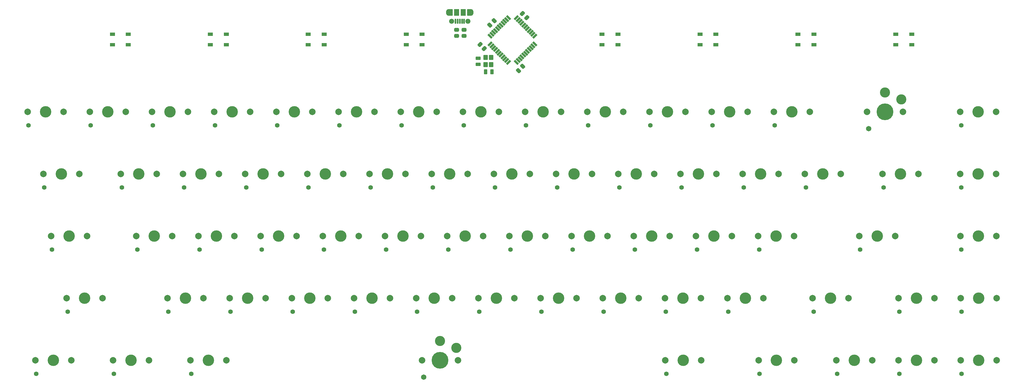
<source format=gbr>
%TF.GenerationSoftware,KiCad,Pcbnew,(6.0.1-0)*%
%TF.CreationDate,2022-09-18T11:43:05-04:00*%
%TF.ProjectId,keeb,6b656562-2e6b-4696-9361-645f70636258,rev?*%
%TF.SameCoordinates,Original*%
%TF.FileFunction,Soldermask,Top*%
%TF.FilePolarity,Negative*%
%FSLAX46Y46*%
G04 Gerber Fmt 4.6, Leading zero omitted, Abs format (unit mm)*
G04 Created by KiCad (PCBNEW (6.0.1-0)) date 2022-09-18 11:43:05*
%MOMM*%
%LPD*%
G01*
G04 APERTURE LIST*
G04 Aperture macros list*
%AMRoundRect*
0 Rectangle with rounded corners*
0 $1 Rounding radius*
0 $2 $3 $4 $5 $6 $7 $8 $9 X,Y pos of 4 corners*
0 Add a 4 corners polygon primitive as box body*
4,1,4,$2,$3,$4,$5,$6,$7,$8,$9,$2,$3,0*
0 Add four circle primitives for the rounded corners*
1,1,$1+$1,$2,$3*
1,1,$1+$1,$4,$5*
1,1,$1+$1,$6,$7*
1,1,$1+$1,$8,$9*
0 Add four rect primitives between the rounded corners*
20,1,$1+$1,$2,$3,$4,$5,0*
20,1,$1+$1,$4,$5,$6,$7,0*
20,1,$1+$1,$6,$7,$8,$9,0*
20,1,$1+$1,$8,$9,$2,$3,0*%
G04 Aperture macros list end*
%ADD10RoundRect,0.050000X0.200000X0.675000X-0.200000X0.675000X-0.200000X-0.675000X0.200000X-0.675000X0*%
%ADD11C,1.550000*%
%ADD12RoundRect,0.050000X0.750000X0.950000X-0.750000X0.950000X-0.750000X-0.950000X0.750000X-0.950000X0*%
%ADD13RoundRect,0.050000X0.600000X0.950000X-0.600000X0.950000X-0.600000X-0.950000X0.600000X-0.950000X0*%
%ADD14O,1.300000X2.000000*%
%ADD15RoundRect,0.050000X-0.724784X0.335876X0.335876X-0.724784X0.724784X-0.335876X-0.335876X0.724784X0*%
%ADD16RoundRect,0.050000X-0.335876X-0.724784X0.724784X0.335876X0.335876X0.724784X-0.724784X-0.335876X0*%
%ADD17C,3.500000*%
%ADD18C,2.000000*%
%ADD19C,1.400000*%
%ADD20C,5.150000*%
%ADD21C,3.100000*%
%ADD22C,1.650000*%
%ADD23RoundRect,0.050000X-0.750000X-0.500000X0.750000X-0.500000X0.750000X0.500000X-0.750000X0.500000X0*%
%ADD24RoundRect,0.050000X-0.600000X0.700000X-0.600000X-0.700000X0.600000X-0.700000X0.600000X0.700000X0*%
%ADD25RoundRect,0.300000X0.512652X0.159099X0.159099X0.512652X-0.512652X-0.159099X-0.159099X-0.512652X0*%
%ADD26RoundRect,0.300000X-0.450000X0.262500X-0.450000X-0.262500X0.450000X-0.262500X0.450000X0.262500X0*%
%ADD27RoundRect,0.300000X0.475000X-0.250000X0.475000X0.250000X-0.475000X0.250000X-0.475000X-0.250000X0*%
%ADD28RoundRect,0.300000X-0.159099X0.512652X-0.512652X0.159099X0.159099X-0.512652X0.512652X-0.159099X0*%
%ADD29RoundRect,0.300000X0.159099X-0.512652X0.512652X-0.159099X-0.159099X0.512652X-0.512652X0.159099X0*%
%ADD30RoundRect,0.300000X-0.250000X-0.475000X0.250000X-0.475000X0.250000X0.475000X-0.250000X0.475000X0*%
%ADD31RoundRect,0.300000X0.503814X0.132583X0.132583X0.503814X-0.503814X-0.132583X-0.132583X-0.503814X0*%
G04 APERTURE END LIST*
D10*
%TO.C,J1*%
X149300000Y130037500D03*
X148650000Y130037500D03*
X148000000Y130037500D03*
X147350000Y130037500D03*
X146700000Y130037500D03*
D11*
X150500000Y130037500D03*
D12*
X149000000Y132737500D03*
D13*
X145100000Y132737500D03*
D14*
X144500000Y132737500D03*
X151500000Y132737500D03*
D13*
X150900000Y132737500D03*
D11*
X145500000Y130037500D03*
D12*
X147000000Y132737500D03*
%TD*%
D15*
%TO.C,U1*%
X162897918Y131158936D03*
X162332233Y130593250D03*
X161766548Y130027565D03*
X161200862Y129461880D03*
X160635177Y128896194D03*
X160069491Y128330509D03*
X159503806Y127764823D03*
X158938120Y127199138D03*
X158372435Y126633452D03*
X157806750Y126067767D03*
X157241064Y125502082D03*
D16*
X157241064Y123097918D03*
X157806750Y122532233D03*
X158372435Y121966548D03*
X158938120Y121400862D03*
X159503806Y120835177D03*
X160069491Y120269491D03*
X160635177Y119703806D03*
X161200862Y119138120D03*
X161766548Y118572435D03*
X162332233Y118006750D03*
X162897918Y117441064D03*
D15*
X165302082Y117441064D03*
X165867767Y118006750D03*
X166433452Y118572435D03*
X166999138Y119138120D03*
X167564823Y119703806D03*
X168130509Y120269491D03*
X168696194Y120835177D03*
X169261880Y121400862D03*
X169827565Y121966548D03*
X170393250Y122532233D03*
X170958936Y123097918D03*
D16*
X170958936Y125502082D03*
X170393250Y126067767D03*
X169827565Y126633452D03*
X169261880Y127199138D03*
X168696194Y127764823D03*
X168130509Y128330509D03*
X167564823Y128896194D03*
X166999138Y129461880D03*
X166433452Y130027565D03*
X165867767Y130593250D03*
X165302082Y131158936D03*
%TD*%
D17*
%TO.C,SW5*%
X23475000Y26100000D03*
D18*
X28975000Y26100000D03*
X17975000Y26100000D03*
D19*
X18255000Y21900000D03*
%TD*%
D18*
%TO.C,SW10*%
X52725000Y26100000D03*
D17*
X47225000Y26100000D03*
D19*
X42005000Y21900000D03*
D18*
X41725000Y26100000D03*
%TD*%
D17*
%TO.C,SW15*%
X70975000Y26100000D03*
D19*
X65755000Y21900000D03*
D18*
X76475000Y26100000D03*
X65475000Y26100000D03*
%TD*%
D20*
%TO.C,SW20*%
X278250000Y102300000D03*
D18*
X272750000Y102300000D03*
X283750000Y102300000D03*
D21*
X283250000Y106100000D03*
X278250000Y108200000D03*
D22*
X273250000Y97150000D03*
%TD*%
D18*
%TO.C,SW25*%
X288500000Y83250000D03*
D19*
X277780000Y79050000D03*
D17*
X283000000Y83250000D03*
D18*
X277500000Y83250000D03*
%TD*%
%TO.C,SW30*%
X281325000Y64200000D03*
D19*
X270605000Y60000000D03*
D18*
X270325000Y64200000D03*
D17*
X275825000Y64200000D03*
%TD*%
D18*
%TO.C,SW35*%
X147400000Y26100000D03*
D22*
X136900000Y20950000D03*
D20*
X141900000Y26100000D03*
D21*
X146900000Y29900000D03*
D18*
X136400000Y26100000D03*
D21*
X141900000Y32000000D03*
%TD*%
D19*
%TO.C,SW55*%
X211230000Y21900000D03*
D17*
X216450000Y26100000D03*
D18*
X221950000Y26100000D03*
X210950000Y26100000D03*
%TD*%
%TO.C,SW60*%
X250500000Y26100000D03*
X239500000Y26100000D03*
D17*
X245000000Y26100000D03*
D19*
X239780000Y21900000D03*
%TD*%
D18*
%TO.C,SW64*%
X256075000Y45150000D03*
X267075000Y45150000D03*
D19*
X256355000Y40950000D03*
D17*
X261575000Y45150000D03*
%TD*%
D19*
%TO.C,SW1*%
X15880000Y98100000D03*
D18*
X15600000Y102300000D03*
D17*
X21100000Y102300000D03*
D18*
X26600000Y102300000D03*
%TD*%
%TO.C,SW6*%
X45650000Y102300000D03*
D19*
X34930000Y98100000D03*
D18*
X34650000Y102300000D03*
D17*
X40150000Y102300000D03*
%TD*%
D19*
%TO.C,SW8*%
X49180000Y60000000D03*
D18*
X48900000Y64200000D03*
X59900000Y64200000D03*
D17*
X54400000Y64200000D03*
%TD*%
D18*
%TO.C,SW9*%
X58450000Y45150000D03*
X69450000Y45150000D03*
D17*
X63950000Y45150000D03*
D19*
X58730000Y40950000D03*
%TD*%
D18*
%TO.C,SW11*%
X64700000Y102300000D03*
X53700000Y102300000D03*
D17*
X59200000Y102300000D03*
D19*
X53980000Y98100000D03*
%TD*%
D18*
%TO.C,SW12*%
X63200000Y83250000D03*
D19*
X63480000Y79050000D03*
D17*
X68700000Y83250000D03*
D18*
X74200000Y83250000D03*
%TD*%
D17*
%TO.C,SW13*%
X73450000Y64200000D03*
D18*
X78950000Y64200000D03*
X67950000Y64200000D03*
D19*
X68230000Y60000000D03*
%TD*%
D17*
%TO.C,SW14*%
X83000000Y45150000D03*
D19*
X77780000Y40950000D03*
D18*
X77500000Y45150000D03*
X88500000Y45150000D03*
%TD*%
D17*
%TO.C,SW16*%
X78250000Y102300000D03*
D18*
X83750000Y102300000D03*
X72750000Y102300000D03*
D19*
X73030000Y98100000D03*
%TD*%
D18*
%TO.C,SW17*%
X93250000Y83250000D03*
X82250000Y83250000D03*
D17*
X87750000Y83250000D03*
D19*
X82530000Y79050000D03*
%TD*%
D18*
%TO.C,SW18*%
X98000000Y64200000D03*
X87000000Y64200000D03*
D17*
X92500000Y64200000D03*
D19*
X87280000Y60000000D03*
%TD*%
%TO.C,SW19*%
X96830000Y40950000D03*
D17*
X102050000Y45150000D03*
D18*
X96550000Y45150000D03*
X107550000Y45150000D03*
%TD*%
D17*
%TO.C,SW21*%
X97300000Y102300000D03*
D19*
X92080000Y98100000D03*
D18*
X102800000Y102300000D03*
X91800000Y102300000D03*
%TD*%
D19*
%TO.C,SW22*%
X101580000Y79050000D03*
D18*
X112300000Y83250000D03*
X101300000Y83250000D03*
D17*
X106800000Y83250000D03*
%TD*%
D18*
%TO.C,SW23*%
X117050000Y64200000D03*
D17*
X111550000Y64200000D03*
D19*
X106330000Y60000000D03*
D18*
X106050000Y64200000D03*
%TD*%
%TO.C,SW24*%
X126600000Y45150000D03*
D17*
X121100000Y45150000D03*
D18*
X115600000Y45150000D03*
D19*
X115880000Y40950000D03*
%TD*%
D17*
%TO.C,SW26*%
X116350000Y102300000D03*
D18*
X110850000Y102300000D03*
X121850000Y102300000D03*
D19*
X111130000Y98100000D03*
%TD*%
D18*
%TO.C,SW27*%
X120350000Y83250000D03*
D19*
X120630000Y79050000D03*
D17*
X125850000Y83250000D03*
D18*
X131350000Y83250000D03*
%TD*%
%TO.C,SW28*%
X125100000Y64200000D03*
D17*
X130600000Y64200000D03*
D19*
X125380000Y60000000D03*
D18*
X136100000Y64200000D03*
%TD*%
D17*
%TO.C,SW29*%
X140150000Y45150000D03*
D19*
X134930000Y40950000D03*
D18*
X134650000Y45150000D03*
X145650000Y45150000D03*
%TD*%
%TO.C,SW31*%
X140900000Y102300000D03*
D19*
X130180000Y98100000D03*
D17*
X135400000Y102300000D03*
D18*
X129900000Y102300000D03*
%TD*%
D17*
%TO.C,SW32*%
X144900000Y83250000D03*
D18*
X139400000Y83250000D03*
D19*
X139680000Y79050000D03*
D18*
X150400000Y83250000D03*
%TD*%
%TO.C,SW33*%
X144150000Y64200000D03*
X155150000Y64200000D03*
D17*
X149650000Y64200000D03*
D19*
X144430000Y60000000D03*
%TD*%
D18*
%TO.C,SW34*%
X153700000Y45150000D03*
X164700000Y45150000D03*
D17*
X159200000Y45150000D03*
D19*
X153980000Y40950000D03*
%TD*%
%TO.C,SW36*%
X149230000Y98100000D03*
D18*
X159950000Y102300000D03*
X148950000Y102300000D03*
D17*
X154450000Y102300000D03*
%TD*%
%TO.C,SW37*%
X163950000Y83250000D03*
D18*
X158450000Y83250000D03*
X169450000Y83250000D03*
D19*
X158730000Y79050000D03*
%TD*%
%TO.C,SW38*%
X163480000Y60000000D03*
D17*
X168700000Y64200000D03*
D18*
X163200000Y64200000D03*
X174200000Y64200000D03*
%TD*%
%TO.C,SW39*%
X172750000Y45150000D03*
X183750000Y45150000D03*
D19*
X173030000Y40950000D03*
D17*
X178250000Y45150000D03*
%TD*%
%TO.C,SW40*%
X287850000Y45150000D03*
D18*
X293350000Y45150000D03*
D19*
X282630000Y40950000D03*
D18*
X282350000Y45150000D03*
%TD*%
%TO.C,SW41*%
X168000000Y102300000D03*
X179000000Y102300000D03*
D19*
X168280000Y98100000D03*
D17*
X173500000Y102300000D03*
%TD*%
D18*
%TO.C,SW42*%
X188500000Y83250000D03*
D19*
X177780000Y79050000D03*
D17*
X183000000Y83250000D03*
D18*
X177500000Y83250000D03*
%TD*%
D17*
%TO.C,SW43*%
X187750000Y64200000D03*
D19*
X182530000Y60000000D03*
D18*
X182250000Y64200000D03*
X193250000Y64200000D03*
%TD*%
D19*
%TO.C,SW44*%
X192080000Y40950000D03*
D18*
X202800000Y45150000D03*
X191800000Y45150000D03*
D17*
X197300000Y45150000D03*
%TD*%
D18*
%TO.C,SW45*%
X282350000Y26100000D03*
X293350000Y26100000D03*
D17*
X287850000Y26100000D03*
D19*
X282630000Y21900000D03*
%TD*%
%TO.C,SW46*%
X187330000Y98100000D03*
D18*
X187050000Y102300000D03*
D17*
X192550000Y102300000D03*
D18*
X198050000Y102300000D03*
%TD*%
%TO.C,SW47*%
X196550000Y83250000D03*
D19*
X196830000Y79050000D03*
D17*
X202050000Y83250000D03*
D18*
X207550000Y83250000D03*
%TD*%
%TO.C,SW48*%
X201300000Y64200000D03*
X212300000Y64200000D03*
D17*
X206800000Y64200000D03*
D19*
X201580000Y60000000D03*
%TD*%
D18*
%TO.C,SW49*%
X210850000Y45150000D03*
D19*
X211130000Y40950000D03*
D18*
X221850000Y45150000D03*
D17*
X216350000Y45150000D03*
%TD*%
D18*
%TO.C,SW50*%
X301300000Y102300000D03*
D19*
X301580000Y98100000D03*
D17*
X306800000Y102300000D03*
D18*
X312300000Y102300000D03*
%TD*%
%TO.C,SW51*%
X206100000Y102300000D03*
D17*
X211600000Y102300000D03*
D19*
X206380000Y98100000D03*
D18*
X217100000Y102300000D03*
%TD*%
D19*
%TO.C,SW52*%
X215880000Y79050000D03*
D17*
X221100000Y83250000D03*
D18*
X215600000Y83250000D03*
X226600000Y83250000D03*
%TD*%
D17*
%TO.C,SW53*%
X225850000Y64200000D03*
D19*
X220630000Y60000000D03*
D18*
X231350000Y64200000D03*
X220350000Y64200000D03*
%TD*%
%TO.C,SW54*%
X229950000Y45150000D03*
X240950000Y45150000D03*
D17*
X235450000Y45150000D03*
D19*
X230230000Y40950000D03*
%TD*%
D18*
%TO.C,SW56*%
X236150000Y102300000D03*
D19*
X225430000Y98100000D03*
D17*
X230650000Y102300000D03*
D18*
X225150000Y102300000D03*
%TD*%
D19*
%TO.C,SW57*%
X234930000Y79050000D03*
D18*
X245650000Y83250000D03*
D17*
X240150000Y83250000D03*
D18*
X234650000Y83250000D03*
%TD*%
D17*
%TO.C,SW58*%
X244900000Y64200000D03*
D18*
X250400000Y64200000D03*
X239400000Y64200000D03*
D19*
X239680000Y60000000D03*
%TD*%
D18*
%TO.C,SW59*%
X301300000Y83250000D03*
D17*
X306800000Y83250000D03*
D19*
X301580000Y79050000D03*
D18*
X312300000Y83250000D03*
%TD*%
%TO.C,SW61*%
X255200000Y102300000D03*
X244200000Y102300000D03*
D17*
X249700000Y102300000D03*
D19*
X244480000Y98100000D03*
%TD*%
%TO.C,SW62*%
X253980000Y79050000D03*
D17*
X259200000Y83250000D03*
D18*
X253700000Y83250000D03*
X264700000Y83250000D03*
%TD*%
%TO.C,SW63*%
X312350000Y64200000D03*
X301350000Y64200000D03*
D17*
X306850000Y64200000D03*
D19*
X301630000Y60000000D03*
%TD*%
D18*
%TO.C,SW65*%
X263300000Y26100000D03*
D19*
X263580000Y21900000D03*
D18*
X274300000Y26100000D03*
D17*
X268800000Y26100000D03*
%TD*%
%TO.C,SW66*%
X306900000Y45150000D03*
D19*
X301680000Y40950000D03*
D18*
X301400000Y45150000D03*
X312400000Y45150000D03*
%TD*%
D17*
%TO.C,SW67*%
X306900000Y26100000D03*
D18*
X312400000Y26100000D03*
D19*
X301680000Y21900000D03*
D18*
X301400000Y26100000D03*
%TD*%
D17*
%TO.C,SW7*%
X49650000Y83250000D03*
D19*
X44430000Y79050000D03*
D18*
X55150000Y83250000D03*
X44150000Y83250000D03*
%TD*%
D19*
%TO.C,SW2*%
X20680000Y79050000D03*
D18*
X20400000Y83250000D03*
D17*
X25900000Y83250000D03*
D18*
X31400000Y83250000D03*
%TD*%
%TO.C,SW3*%
X33775000Y64200000D03*
D17*
X28275000Y64200000D03*
D19*
X23055000Y60000000D03*
D18*
X22775000Y64200000D03*
%TD*%
%TO.C,SW4*%
X38575000Y45150000D03*
X27575000Y45150000D03*
D19*
X27855000Y40950000D03*
D17*
X33075000Y45150000D03*
%TD*%
D23*
%TO.C,D68*%
X281550000Y126100000D03*
X281550000Y122900000D03*
X286450000Y122900000D03*
X286450000Y126100000D03*
%TD*%
%TO.C,D69*%
X251550000Y126100000D03*
X251550000Y122900000D03*
X256450000Y122900000D03*
X256450000Y126100000D03*
%TD*%
%TO.C,D70*%
X221550000Y126100000D03*
X221550000Y122900000D03*
X226450000Y122900000D03*
X226450000Y126100000D03*
%TD*%
%TO.C,D71*%
X191550000Y126100000D03*
X191550000Y122900000D03*
X196450000Y122900000D03*
X196450000Y126100000D03*
%TD*%
%TO.C,D72*%
X131550000Y126100000D03*
X131550000Y122900000D03*
X136450000Y122900000D03*
X136450000Y126100000D03*
%TD*%
%TO.C,D73*%
X101550000Y126100000D03*
X101550000Y122900000D03*
X106450000Y122900000D03*
X106450000Y126100000D03*
%TD*%
%TO.C,D74*%
X71550000Y126100000D03*
X71550000Y122900000D03*
X76450000Y122900000D03*
X76450000Y126100000D03*
%TD*%
%TO.C,D75*%
X41550000Y126100000D03*
X41550000Y122900000D03*
X46450000Y122900000D03*
X46450000Y126100000D03*
%TD*%
D24*
%TO.C,Y1*%
X155900000Y119000000D03*
X155900000Y116800000D03*
X157600000Y116800000D03*
X157600000Y119000000D03*
%TD*%
D25*
%TO.C,C3*%
X168521751Y131128249D03*
X167178249Y132471751D03*
%TD*%
D26*
%TO.C,R1*%
X147000000Y127412500D03*
X147000000Y125587500D03*
%TD*%
D27*
%TO.C,C2*%
X153600000Y116850000D03*
X153600000Y118750000D03*
%TD*%
D26*
%TO.C,R2*%
X149250000Y127412500D03*
X149250000Y125587500D03*
%TD*%
D28*
%TO.C,C5*%
X167271751Y116221751D03*
X165928249Y114878249D03*
%TD*%
D29*
%TO.C,C4*%
X157178249Y128878249D03*
X158521751Y130221751D03*
%TD*%
D30*
%TO.C,C1*%
X155900000Y114550000D03*
X157800000Y114550000D03*
%TD*%
D31*
%TO.C,R3*%
X155495235Y121654765D03*
X154204765Y122945235D03*
%TD*%
M02*

</source>
